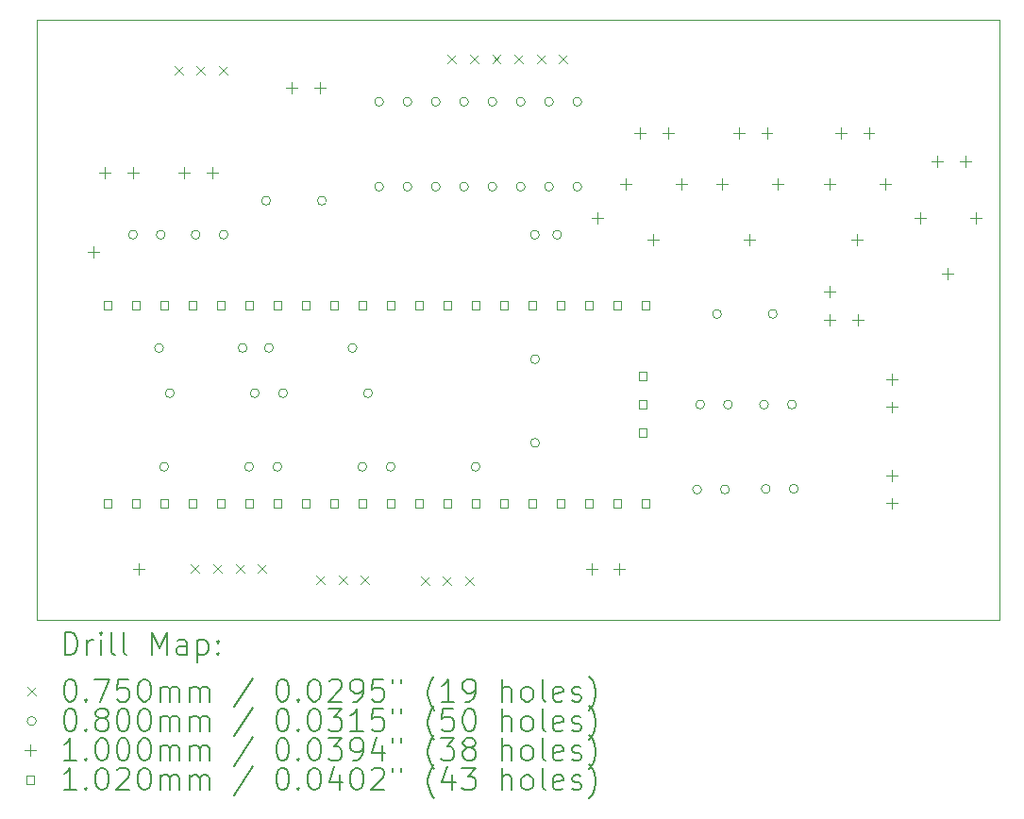
<source format=gbr>
%TF.GenerationSoftware,KiCad,Pcbnew,6.0.11+dfsg-1~bpo11+1*%
%TF.CreationDate,2025-04-08T22:38:27+02:00*%
%TF.ProjectId,Boelgene_v1d1,426f656c-6765-46e6-955f-763164312e6b,rev?*%
%TF.SameCoordinates,Original*%
%TF.FileFunction,Drillmap*%
%TF.FilePolarity,Positive*%
%FSLAX45Y45*%
G04 Gerber Fmt 4.5, Leading zero omitted, Abs format (unit mm)*
G04 Created by KiCad (PCBNEW 6.0.11+dfsg-1~bpo11+1) date 2025-04-08 22:38:27*
%MOMM*%
%LPD*%
G01*
G04 APERTURE LIST*
%ADD10C,0.100000*%
%ADD11C,0.200000*%
%ADD12C,0.075000*%
%ADD13C,0.080000*%
%ADD14C,0.102000*%
G04 APERTURE END LIST*
D10*
X2844800Y-7772400D02*
X11480800Y-7772400D01*
X11480800Y-7772400D02*
X11480800Y-13157200D01*
X11480800Y-13157200D02*
X2844800Y-13157200D01*
X2844800Y-13157200D02*
X2844800Y-7772400D01*
D11*
D12*
X4080500Y-8187900D02*
X4155500Y-8262900D01*
X4155500Y-8187900D02*
X4080500Y-8262900D01*
X4229700Y-12662500D02*
X4304700Y-12737500D01*
X4304700Y-12662500D02*
X4229700Y-12737500D01*
X4280500Y-8187900D02*
X4355500Y-8262900D01*
X4355500Y-8187900D02*
X4280500Y-8262900D01*
X4429700Y-12662500D02*
X4504700Y-12737500D01*
X4504700Y-12662500D02*
X4429700Y-12737500D01*
X4480500Y-8187900D02*
X4555500Y-8262900D01*
X4555500Y-8187900D02*
X4480500Y-8262900D01*
X4629700Y-12662500D02*
X4704700Y-12737500D01*
X4704700Y-12662500D02*
X4629700Y-12737500D01*
X4829700Y-12662500D02*
X4904700Y-12737500D01*
X4904700Y-12662500D02*
X4829700Y-12737500D01*
X5353700Y-12764100D02*
X5428700Y-12839100D01*
X5428700Y-12764100D02*
X5353700Y-12839100D01*
X5553700Y-12764100D02*
X5628700Y-12839100D01*
X5628700Y-12764100D02*
X5553700Y-12839100D01*
X5753700Y-12764100D02*
X5828700Y-12839100D01*
X5828700Y-12764100D02*
X5753700Y-12839100D01*
X6290300Y-12768300D02*
X6365300Y-12843300D01*
X6365300Y-12768300D02*
X6290300Y-12843300D01*
X6490300Y-12768300D02*
X6565300Y-12843300D01*
X6565300Y-12768300D02*
X6490300Y-12843300D01*
X6531700Y-8090500D02*
X6606700Y-8165500D01*
X6606700Y-8090500D02*
X6531700Y-8165500D01*
X6690300Y-12768300D02*
X6765300Y-12843300D01*
X6765300Y-12768300D02*
X6690300Y-12843300D01*
X6731700Y-8090500D02*
X6806700Y-8165500D01*
X6806700Y-8090500D02*
X6731700Y-8165500D01*
X6931700Y-8090500D02*
X7006700Y-8165500D01*
X7006700Y-8090500D02*
X6931700Y-8165500D01*
X7131700Y-8090500D02*
X7206700Y-8165500D01*
X7206700Y-8090500D02*
X7131700Y-8165500D01*
X7331700Y-8090500D02*
X7406700Y-8165500D01*
X7406700Y-8090500D02*
X7331700Y-8165500D01*
X7531700Y-8090500D02*
X7606700Y-8165500D01*
X7606700Y-8090500D02*
X7531700Y-8165500D01*
D13*
X3748400Y-9702800D02*
G75*
G03*
X3748400Y-9702800I-40000J0D01*
G01*
X3983000Y-10718800D02*
G75*
G03*
X3983000Y-10718800I-40000J0D01*
G01*
X3998400Y-9702800D02*
G75*
G03*
X3998400Y-9702800I-40000J0D01*
G01*
X4027800Y-11785600D02*
G75*
G03*
X4027800Y-11785600I-40000J0D01*
G01*
X4078600Y-11125200D02*
G75*
G03*
X4078600Y-11125200I-40000J0D01*
G01*
X4311200Y-9702800D02*
G75*
G03*
X4311200Y-9702800I-40000J0D01*
G01*
X4561200Y-9702800D02*
G75*
G03*
X4561200Y-9702800I-40000J0D01*
G01*
X4733000Y-10718800D02*
G75*
G03*
X4733000Y-10718800I-40000J0D01*
G01*
X4789800Y-11785600D02*
G75*
G03*
X4789800Y-11785600I-40000J0D01*
G01*
X4840600Y-11125200D02*
G75*
G03*
X4840600Y-11125200I-40000J0D01*
G01*
X4943200Y-9398000D02*
G75*
G03*
X4943200Y-9398000I-40000J0D01*
G01*
X4967600Y-10718800D02*
G75*
G03*
X4967600Y-10718800I-40000J0D01*
G01*
X5043800Y-11785600D02*
G75*
G03*
X5043800Y-11785600I-40000J0D01*
G01*
X5094600Y-11125200D02*
G75*
G03*
X5094600Y-11125200I-40000J0D01*
G01*
X5443200Y-9398000D02*
G75*
G03*
X5443200Y-9398000I-40000J0D01*
G01*
X5717600Y-10718800D02*
G75*
G03*
X5717600Y-10718800I-40000J0D01*
G01*
X5805800Y-11785600D02*
G75*
G03*
X5805800Y-11785600I-40000J0D01*
G01*
X5856600Y-11125200D02*
G75*
G03*
X5856600Y-11125200I-40000J0D01*
G01*
X5956700Y-8510000D02*
G75*
G03*
X5956700Y-8510000I-40000J0D01*
G01*
X5956700Y-9272000D02*
G75*
G03*
X5956700Y-9272000I-40000J0D01*
G01*
X6059800Y-11785600D02*
G75*
G03*
X6059800Y-11785600I-40000J0D01*
G01*
X6210700Y-8510000D02*
G75*
G03*
X6210700Y-8510000I-40000J0D01*
G01*
X6210700Y-9272000D02*
G75*
G03*
X6210700Y-9272000I-40000J0D01*
G01*
X6464700Y-8510000D02*
G75*
G03*
X6464700Y-8510000I-40000J0D01*
G01*
X6464700Y-9272000D02*
G75*
G03*
X6464700Y-9272000I-40000J0D01*
G01*
X6718700Y-8510000D02*
G75*
G03*
X6718700Y-8510000I-40000J0D01*
G01*
X6718700Y-9272000D02*
G75*
G03*
X6718700Y-9272000I-40000J0D01*
G01*
X6821800Y-11785600D02*
G75*
G03*
X6821800Y-11785600I-40000J0D01*
G01*
X6972700Y-8510000D02*
G75*
G03*
X6972700Y-8510000I-40000J0D01*
G01*
X6972700Y-9272000D02*
G75*
G03*
X6972700Y-9272000I-40000J0D01*
G01*
X7226700Y-8510000D02*
G75*
G03*
X7226700Y-8510000I-40000J0D01*
G01*
X7226700Y-9272000D02*
G75*
G03*
X7226700Y-9272000I-40000J0D01*
G01*
X7353740Y-9702800D02*
G75*
G03*
X7353740Y-9702800I-40000J0D01*
G01*
X7355200Y-10820400D02*
G75*
G03*
X7355200Y-10820400I-40000J0D01*
G01*
X7355200Y-11570400D02*
G75*
G03*
X7355200Y-11570400I-40000J0D01*
G01*
X7480700Y-8510000D02*
G75*
G03*
X7480700Y-8510000I-40000J0D01*
G01*
X7480700Y-9272000D02*
G75*
G03*
X7480700Y-9272000I-40000J0D01*
G01*
X7553740Y-9702800D02*
G75*
G03*
X7553740Y-9702800I-40000J0D01*
G01*
X7734700Y-8510000D02*
G75*
G03*
X7734700Y-8510000I-40000J0D01*
G01*
X7734700Y-9272000D02*
G75*
G03*
X7734700Y-9272000I-40000J0D01*
G01*
X8809490Y-11988800D02*
G75*
G03*
X8809490Y-11988800I-40000J0D01*
G01*
X8836890Y-11226800D02*
G75*
G03*
X8836890Y-11226800I-40000J0D01*
G01*
X8988160Y-10414000D02*
G75*
G03*
X8988160Y-10414000I-40000J0D01*
G01*
X9059490Y-11988800D02*
G75*
G03*
X9059490Y-11988800I-40000J0D01*
G01*
X9086890Y-11226800D02*
G75*
G03*
X9086890Y-11226800I-40000J0D01*
G01*
X9410110Y-11226800D02*
G75*
G03*
X9410110Y-11226800I-40000J0D01*
G01*
X9425980Y-11983400D02*
G75*
G03*
X9425980Y-11983400I-40000J0D01*
G01*
X9488160Y-10414000D02*
G75*
G03*
X9488160Y-10414000I-40000J0D01*
G01*
X9660110Y-11226800D02*
G75*
G03*
X9660110Y-11226800I-40000J0D01*
G01*
X9675980Y-11983400D02*
G75*
G03*
X9675980Y-11983400I-40000J0D01*
G01*
D10*
X3352800Y-9805200D02*
X3352800Y-9905200D01*
X3302800Y-9855200D02*
X3402800Y-9855200D01*
X3454400Y-9094000D02*
X3454400Y-9194000D01*
X3404400Y-9144000D02*
X3504400Y-9144000D01*
X3708400Y-9094000D02*
X3708400Y-9194000D01*
X3658400Y-9144000D02*
X3758400Y-9144000D01*
X3759200Y-12650000D02*
X3759200Y-12750000D01*
X3709200Y-12700000D02*
X3809200Y-12700000D01*
X4165600Y-9094000D02*
X4165600Y-9194000D01*
X4115600Y-9144000D02*
X4215600Y-9144000D01*
X4419600Y-9094000D02*
X4419600Y-9194000D01*
X4369600Y-9144000D02*
X4469600Y-9144000D01*
X5134800Y-8332000D02*
X5134800Y-8432000D01*
X5084800Y-8382000D02*
X5184800Y-8382000D01*
X5384800Y-8332000D02*
X5384800Y-8432000D01*
X5334800Y-8382000D02*
X5434800Y-8382000D01*
X7823200Y-12650000D02*
X7823200Y-12750000D01*
X7773200Y-12700000D02*
X7873200Y-12700000D01*
X7874000Y-9500400D02*
X7874000Y-9600400D01*
X7824000Y-9550400D02*
X7924000Y-9550400D01*
X8073200Y-12650000D02*
X8073200Y-12750000D01*
X8023200Y-12700000D02*
X8123200Y-12700000D01*
X8128000Y-9195600D02*
X8128000Y-9295600D01*
X8078000Y-9245600D02*
X8178000Y-9245600D01*
X8257000Y-8740100D02*
X8257000Y-8840100D01*
X8207000Y-8790100D02*
X8307000Y-8790100D01*
X8378000Y-9695600D02*
X8378000Y-9795600D01*
X8328000Y-9745600D02*
X8428000Y-9745600D01*
X8507000Y-8740100D02*
X8507000Y-8840100D01*
X8457000Y-8790100D02*
X8557000Y-8790100D01*
X8628000Y-9195600D02*
X8628000Y-9295600D01*
X8578000Y-9245600D02*
X8678000Y-9245600D01*
X8991600Y-9195600D02*
X8991600Y-9295600D01*
X8941600Y-9245600D02*
X9041600Y-9245600D01*
X9145700Y-8740100D02*
X9145700Y-8840100D01*
X9095700Y-8790100D02*
X9195700Y-8790100D01*
X9241600Y-9695600D02*
X9241600Y-9795600D01*
X9191600Y-9745600D02*
X9291600Y-9745600D01*
X9395700Y-8740100D02*
X9395700Y-8840100D01*
X9345700Y-8790100D02*
X9445700Y-8790100D01*
X9491600Y-9195600D02*
X9491600Y-9295600D01*
X9441600Y-9245600D02*
X9541600Y-9245600D01*
X9956800Y-9195600D02*
X9956800Y-9295600D01*
X9906800Y-9245600D02*
X10006800Y-9245600D01*
X9956800Y-10160800D02*
X9956800Y-10260800D01*
X9906800Y-10210800D02*
X10006800Y-10210800D01*
X9956800Y-10414800D02*
X9956800Y-10514800D01*
X9906800Y-10464800D02*
X10006800Y-10464800D01*
X10060100Y-8741800D02*
X10060100Y-8841800D01*
X10010100Y-8791800D02*
X10110100Y-8791800D01*
X10206800Y-9695600D02*
X10206800Y-9795600D01*
X10156800Y-9745600D02*
X10256800Y-9745600D01*
X10210800Y-10414800D02*
X10210800Y-10514800D01*
X10160800Y-10464800D02*
X10260800Y-10464800D01*
X10310100Y-8741800D02*
X10310100Y-8841800D01*
X10260100Y-8791800D02*
X10360100Y-8791800D01*
X10456800Y-9195600D02*
X10456800Y-9295600D01*
X10406800Y-9245600D02*
X10506800Y-9245600D01*
X10517300Y-10950200D02*
X10517300Y-11050200D01*
X10467300Y-11000200D02*
X10567300Y-11000200D01*
X10517300Y-11200200D02*
X10517300Y-11300200D01*
X10467300Y-11250200D02*
X10567300Y-11250200D01*
X10517300Y-11813800D02*
X10517300Y-11913800D01*
X10467300Y-11863800D02*
X10567300Y-11863800D01*
X10517300Y-12063800D02*
X10517300Y-12163800D01*
X10467300Y-12113800D02*
X10567300Y-12113800D01*
X10769600Y-9500400D02*
X10769600Y-9600400D01*
X10719600Y-9550400D02*
X10819600Y-9550400D01*
X10926000Y-8992400D02*
X10926000Y-9092400D01*
X10876000Y-9042400D02*
X10976000Y-9042400D01*
X11019600Y-10000400D02*
X11019600Y-10100400D01*
X10969600Y-10050400D02*
X11069600Y-10050400D01*
X11176000Y-8992400D02*
X11176000Y-9092400D01*
X11126000Y-9042400D02*
X11226000Y-9042400D01*
X11269600Y-9500400D02*
X11269600Y-9600400D01*
X11219600Y-9550400D02*
X11319600Y-9550400D01*
D14*
X3515863Y-10373863D02*
X3515863Y-10301737D01*
X3443737Y-10301737D01*
X3443737Y-10373863D01*
X3515863Y-10373863D01*
X3515863Y-12151863D02*
X3515863Y-12079737D01*
X3443737Y-12079737D01*
X3443737Y-12151863D01*
X3515863Y-12151863D01*
X3769863Y-10373863D02*
X3769863Y-10301737D01*
X3697737Y-10301737D01*
X3697737Y-10373863D01*
X3769863Y-10373863D01*
X3769863Y-12151863D02*
X3769863Y-12079737D01*
X3697737Y-12079737D01*
X3697737Y-12151863D01*
X3769863Y-12151863D01*
X4023863Y-10373863D02*
X4023863Y-10301737D01*
X3951737Y-10301737D01*
X3951737Y-10373863D01*
X4023863Y-10373863D01*
X4023863Y-12151863D02*
X4023863Y-12079737D01*
X3951737Y-12079737D01*
X3951737Y-12151863D01*
X4023863Y-12151863D01*
X4277863Y-10373863D02*
X4277863Y-10301737D01*
X4205737Y-10301737D01*
X4205737Y-10373863D01*
X4277863Y-10373863D01*
X4277863Y-12151863D02*
X4277863Y-12079737D01*
X4205737Y-12079737D01*
X4205737Y-12151863D01*
X4277863Y-12151863D01*
X4531863Y-10373863D02*
X4531863Y-10301737D01*
X4459737Y-10301737D01*
X4459737Y-10373863D01*
X4531863Y-10373863D01*
X4531863Y-12151863D02*
X4531863Y-12079737D01*
X4459737Y-12079737D01*
X4459737Y-12151863D01*
X4531863Y-12151863D01*
X4785863Y-10373863D02*
X4785863Y-10301737D01*
X4713737Y-10301737D01*
X4713737Y-10373863D01*
X4785863Y-10373863D01*
X4785863Y-12151863D02*
X4785863Y-12079737D01*
X4713737Y-12079737D01*
X4713737Y-12151863D01*
X4785863Y-12151863D01*
X5039863Y-10373863D02*
X5039863Y-10301737D01*
X4967737Y-10301737D01*
X4967737Y-10373863D01*
X5039863Y-10373863D01*
X5039863Y-12151863D02*
X5039863Y-12079737D01*
X4967737Y-12079737D01*
X4967737Y-12151863D01*
X5039863Y-12151863D01*
X5293863Y-10373863D02*
X5293863Y-10301737D01*
X5221737Y-10301737D01*
X5221737Y-10373863D01*
X5293863Y-10373863D01*
X5293863Y-12151863D02*
X5293863Y-12079737D01*
X5221737Y-12079737D01*
X5221737Y-12151863D01*
X5293863Y-12151863D01*
X5547863Y-10373863D02*
X5547863Y-10301737D01*
X5475737Y-10301737D01*
X5475737Y-10373863D01*
X5547863Y-10373863D01*
X5547863Y-12151863D02*
X5547863Y-12079737D01*
X5475737Y-12079737D01*
X5475737Y-12151863D01*
X5547863Y-12151863D01*
X5801863Y-10373863D02*
X5801863Y-10301737D01*
X5729737Y-10301737D01*
X5729737Y-10373863D01*
X5801863Y-10373863D01*
X5801863Y-12151863D02*
X5801863Y-12079737D01*
X5729737Y-12079737D01*
X5729737Y-12151863D01*
X5801863Y-12151863D01*
X6055863Y-10373863D02*
X6055863Y-10301737D01*
X5983737Y-10301737D01*
X5983737Y-10373863D01*
X6055863Y-10373863D01*
X6055863Y-12151863D02*
X6055863Y-12079737D01*
X5983737Y-12079737D01*
X5983737Y-12151863D01*
X6055863Y-12151863D01*
X6309863Y-10373863D02*
X6309863Y-10301737D01*
X6237737Y-10301737D01*
X6237737Y-10373863D01*
X6309863Y-10373863D01*
X6309863Y-12151863D02*
X6309863Y-12079737D01*
X6237737Y-12079737D01*
X6237737Y-12151863D01*
X6309863Y-12151863D01*
X6563863Y-10373863D02*
X6563863Y-10301737D01*
X6491737Y-10301737D01*
X6491737Y-10373863D01*
X6563863Y-10373863D01*
X6563863Y-12151863D02*
X6563863Y-12079737D01*
X6491737Y-12079737D01*
X6491737Y-12151863D01*
X6563863Y-12151863D01*
X6817863Y-10373863D02*
X6817863Y-10301737D01*
X6745737Y-10301737D01*
X6745737Y-10373863D01*
X6817863Y-10373863D01*
X6817863Y-12151863D02*
X6817863Y-12079737D01*
X6745737Y-12079737D01*
X6745737Y-12151863D01*
X6817863Y-12151863D01*
X7071863Y-10373863D02*
X7071863Y-10301737D01*
X6999737Y-10301737D01*
X6999737Y-10373863D01*
X7071863Y-10373863D01*
X7071863Y-12151863D02*
X7071863Y-12079737D01*
X6999737Y-12079737D01*
X6999737Y-12151863D01*
X7071863Y-12151863D01*
X7325863Y-10373863D02*
X7325863Y-10301737D01*
X7253737Y-10301737D01*
X7253737Y-10373863D01*
X7325863Y-10373863D01*
X7325863Y-12151863D02*
X7325863Y-12079737D01*
X7253737Y-12079737D01*
X7253737Y-12151863D01*
X7325863Y-12151863D01*
X7579863Y-10373863D02*
X7579863Y-10301737D01*
X7507737Y-10301737D01*
X7507737Y-10373863D01*
X7579863Y-10373863D01*
X7579863Y-12151863D02*
X7579863Y-12079737D01*
X7507737Y-12079737D01*
X7507737Y-12151863D01*
X7579863Y-12151863D01*
X7833863Y-10373863D02*
X7833863Y-10301737D01*
X7761737Y-10301737D01*
X7761737Y-10373863D01*
X7833863Y-10373863D01*
X7833863Y-12151863D02*
X7833863Y-12079737D01*
X7761737Y-12079737D01*
X7761737Y-12151863D01*
X7833863Y-12151863D01*
X8087863Y-10373863D02*
X8087863Y-10301737D01*
X8015737Y-10301737D01*
X8015737Y-10373863D01*
X8087863Y-10373863D01*
X8087863Y-12151863D02*
X8087863Y-12079737D01*
X8015737Y-12079737D01*
X8015737Y-12151863D01*
X8087863Y-12151863D01*
X8318863Y-11008863D02*
X8318863Y-10936737D01*
X8246737Y-10936737D01*
X8246737Y-11008863D01*
X8318863Y-11008863D01*
X8318863Y-11262863D02*
X8318863Y-11190737D01*
X8246737Y-11190737D01*
X8246737Y-11262863D01*
X8318863Y-11262863D01*
X8318863Y-11516863D02*
X8318863Y-11444737D01*
X8246737Y-11444737D01*
X8246737Y-11516863D01*
X8318863Y-11516863D01*
X8341863Y-10373863D02*
X8341863Y-10301737D01*
X8269737Y-10301737D01*
X8269737Y-10373863D01*
X8341863Y-10373863D01*
X8341863Y-12151863D02*
X8341863Y-12079737D01*
X8269737Y-12079737D01*
X8269737Y-12151863D01*
X8341863Y-12151863D01*
D11*
X3097419Y-13472676D02*
X3097419Y-13272676D01*
X3145038Y-13272676D01*
X3173609Y-13282200D01*
X3192657Y-13301248D01*
X3202181Y-13320295D01*
X3211705Y-13358390D01*
X3211705Y-13386962D01*
X3202181Y-13425057D01*
X3192657Y-13444105D01*
X3173609Y-13463152D01*
X3145038Y-13472676D01*
X3097419Y-13472676D01*
X3297419Y-13472676D02*
X3297419Y-13339343D01*
X3297419Y-13377438D02*
X3306943Y-13358390D01*
X3316467Y-13348867D01*
X3335514Y-13339343D01*
X3354562Y-13339343D01*
X3421228Y-13472676D02*
X3421228Y-13339343D01*
X3421228Y-13272676D02*
X3411705Y-13282200D01*
X3421228Y-13291724D01*
X3430752Y-13282200D01*
X3421228Y-13272676D01*
X3421228Y-13291724D01*
X3545038Y-13472676D02*
X3525990Y-13463152D01*
X3516467Y-13444105D01*
X3516467Y-13272676D01*
X3649800Y-13472676D02*
X3630752Y-13463152D01*
X3621228Y-13444105D01*
X3621228Y-13272676D01*
X3878371Y-13472676D02*
X3878371Y-13272676D01*
X3945038Y-13415533D01*
X4011705Y-13272676D01*
X4011705Y-13472676D01*
X4192657Y-13472676D02*
X4192657Y-13367914D01*
X4183133Y-13348867D01*
X4164086Y-13339343D01*
X4125990Y-13339343D01*
X4106943Y-13348867D01*
X4192657Y-13463152D02*
X4173609Y-13472676D01*
X4125990Y-13472676D01*
X4106943Y-13463152D01*
X4097419Y-13444105D01*
X4097419Y-13425057D01*
X4106943Y-13406009D01*
X4125990Y-13396486D01*
X4173609Y-13396486D01*
X4192657Y-13386962D01*
X4287895Y-13339343D02*
X4287895Y-13539343D01*
X4287895Y-13348867D02*
X4306943Y-13339343D01*
X4345038Y-13339343D01*
X4364086Y-13348867D01*
X4373610Y-13358390D01*
X4383133Y-13377438D01*
X4383133Y-13434581D01*
X4373610Y-13453628D01*
X4364086Y-13463152D01*
X4345038Y-13472676D01*
X4306943Y-13472676D01*
X4287895Y-13463152D01*
X4468848Y-13453628D02*
X4478371Y-13463152D01*
X4468848Y-13472676D01*
X4459324Y-13463152D01*
X4468848Y-13453628D01*
X4468848Y-13472676D01*
X4468848Y-13348867D02*
X4478371Y-13358390D01*
X4468848Y-13367914D01*
X4459324Y-13358390D01*
X4468848Y-13348867D01*
X4468848Y-13367914D01*
D12*
X2764800Y-13764700D02*
X2839800Y-13839700D01*
X2839800Y-13764700D02*
X2764800Y-13839700D01*
D11*
X3135514Y-13692676D02*
X3154562Y-13692676D01*
X3173609Y-13702200D01*
X3183133Y-13711724D01*
X3192657Y-13730771D01*
X3202181Y-13768867D01*
X3202181Y-13816486D01*
X3192657Y-13854581D01*
X3183133Y-13873628D01*
X3173609Y-13883152D01*
X3154562Y-13892676D01*
X3135514Y-13892676D01*
X3116467Y-13883152D01*
X3106943Y-13873628D01*
X3097419Y-13854581D01*
X3087895Y-13816486D01*
X3087895Y-13768867D01*
X3097419Y-13730771D01*
X3106943Y-13711724D01*
X3116467Y-13702200D01*
X3135514Y-13692676D01*
X3287895Y-13873628D02*
X3297419Y-13883152D01*
X3287895Y-13892676D01*
X3278371Y-13883152D01*
X3287895Y-13873628D01*
X3287895Y-13892676D01*
X3364086Y-13692676D02*
X3497419Y-13692676D01*
X3411705Y-13892676D01*
X3668848Y-13692676D02*
X3573609Y-13692676D01*
X3564086Y-13787914D01*
X3573609Y-13778390D01*
X3592657Y-13768867D01*
X3640276Y-13768867D01*
X3659324Y-13778390D01*
X3668848Y-13787914D01*
X3678371Y-13806962D01*
X3678371Y-13854581D01*
X3668848Y-13873628D01*
X3659324Y-13883152D01*
X3640276Y-13892676D01*
X3592657Y-13892676D01*
X3573609Y-13883152D01*
X3564086Y-13873628D01*
X3802181Y-13692676D02*
X3821228Y-13692676D01*
X3840276Y-13702200D01*
X3849800Y-13711724D01*
X3859324Y-13730771D01*
X3868848Y-13768867D01*
X3868848Y-13816486D01*
X3859324Y-13854581D01*
X3849800Y-13873628D01*
X3840276Y-13883152D01*
X3821228Y-13892676D01*
X3802181Y-13892676D01*
X3783133Y-13883152D01*
X3773609Y-13873628D01*
X3764086Y-13854581D01*
X3754562Y-13816486D01*
X3754562Y-13768867D01*
X3764086Y-13730771D01*
X3773609Y-13711724D01*
X3783133Y-13702200D01*
X3802181Y-13692676D01*
X3954562Y-13892676D02*
X3954562Y-13759343D01*
X3954562Y-13778390D02*
X3964086Y-13768867D01*
X3983133Y-13759343D01*
X4011705Y-13759343D01*
X4030752Y-13768867D01*
X4040276Y-13787914D01*
X4040276Y-13892676D01*
X4040276Y-13787914D02*
X4049800Y-13768867D01*
X4068848Y-13759343D01*
X4097419Y-13759343D01*
X4116467Y-13768867D01*
X4125990Y-13787914D01*
X4125990Y-13892676D01*
X4221229Y-13892676D02*
X4221229Y-13759343D01*
X4221229Y-13778390D02*
X4230752Y-13768867D01*
X4249800Y-13759343D01*
X4278371Y-13759343D01*
X4297419Y-13768867D01*
X4306943Y-13787914D01*
X4306943Y-13892676D01*
X4306943Y-13787914D02*
X4316467Y-13768867D01*
X4335514Y-13759343D01*
X4364086Y-13759343D01*
X4383133Y-13768867D01*
X4392657Y-13787914D01*
X4392657Y-13892676D01*
X4783133Y-13683152D02*
X4611705Y-13940295D01*
X5040276Y-13692676D02*
X5059324Y-13692676D01*
X5078371Y-13702200D01*
X5087895Y-13711724D01*
X5097419Y-13730771D01*
X5106943Y-13768867D01*
X5106943Y-13816486D01*
X5097419Y-13854581D01*
X5087895Y-13873628D01*
X5078371Y-13883152D01*
X5059324Y-13892676D01*
X5040276Y-13892676D01*
X5021229Y-13883152D01*
X5011705Y-13873628D01*
X5002181Y-13854581D01*
X4992657Y-13816486D01*
X4992657Y-13768867D01*
X5002181Y-13730771D01*
X5011705Y-13711724D01*
X5021229Y-13702200D01*
X5040276Y-13692676D01*
X5192657Y-13873628D02*
X5202181Y-13883152D01*
X5192657Y-13892676D01*
X5183133Y-13883152D01*
X5192657Y-13873628D01*
X5192657Y-13892676D01*
X5325990Y-13692676D02*
X5345038Y-13692676D01*
X5364086Y-13702200D01*
X5373610Y-13711724D01*
X5383133Y-13730771D01*
X5392657Y-13768867D01*
X5392657Y-13816486D01*
X5383133Y-13854581D01*
X5373610Y-13873628D01*
X5364086Y-13883152D01*
X5345038Y-13892676D01*
X5325990Y-13892676D01*
X5306943Y-13883152D01*
X5297419Y-13873628D01*
X5287895Y-13854581D01*
X5278371Y-13816486D01*
X5278371Y-13768867D01*
X5287895Y-13730771D01*
X5297419Y-13711724D01*
X5306943Y-13702200D01*
X5325990Y-13692676D01*
X5468848Y-13711724D02*
X5478371Y-13702200D01*
X5497419Y-13692676D01*
X5545038Y-13692676D01*
X5564086Y-13702200D01*
X5573610Y-13711724D01*
X5583133Y-13730771D01*
X5583133Y-13749819D01*
X5573610Y-13778390D01*
X5459324Y-13892676D01*
X5583133Y-13892676D01*
X5678371Y-13892676D02*
X5716467Y-13892676D01*
X5735514Y-13883152D01*
X5745038Y-13873628D01*
X5764086Y-13845057D01*
X5773609Y-13806962D01*
X5773609Y-13730771D01*
X5764086Y-13711724D01*
X5754562Y-13702200D01*
X5735514Y-13692676D01*
X5697419Y-13692676D01*
X5678371Y-13702200D01*
X5668848Y-13711724D01*
X5659324Y-13730771D01*
X5659324Y-13778390D01*
X5668848Y-13797438D01*
X5678371Y-13806962D01*
X5697419Y-13816486D01*
X5735514Y-13816486D01*
X5754562Y-13806962D01*
X5764086Y-13797438D01*
X5773609Y-13778390D01*
X5954562Y-13692676D02*
X5859324Y-13692676D01*
X5849800Y-13787914D01*
X5859324Y-13778390D01*
X5878371Y-13768867D01*
X5925990Y-13768867D01*
X5945038Y-13778390D01*
X5954562Y-13787914D01*
X5964086Y-13806962D01*
X5964086Y-13854581D01*
X5954562Y-13873628D01*
X5945038Y-13883152D01*
X5925990Y-13892676D01*
X5878371Y-13892676D01*
X5859324Y-13883152D01*
X5849800Y-13873628D01*
X6040276Y-13692676D02*
X6040276Y-13730771D01*
X6116467Y-13692676D02*
X6116467Y-13730771D01*
X6411705Y-13968867D02*
X6402181Y-13959343D01*
X6383133Y-13930771D01*
X6373609Y-13911724D01*
X6364086Y-13883152D01*
X6354562Y-13835533D01*
X6354562Y-13797438D01*
X6364086Y-13749819D01*
X6373609Y-13721248D01*
X6383133Y-13702200D01*
X6402181Y-13673628D01*
X6411705Y-13664105D01*
X6592657Y-13892676D02*
X6478371Y-13892676D01*
X6535514Y-13892676D02*
X6535514Y-13692676D01*
X6516467Y-13721248D01*
X6497419Y-13740295D01*
X6478371Y-13749819D01*
X6687895Y-13892676D02*
X6725990Y-13892676D01*
X6745038Y-13883152D01*
X6754562Y-13873628D01*
X6773609Y-13845057D01*
X6783133Y-13806962D01*
X6783133Y-13730771D01*
X6773609Y-13711724D01*
X6764086Y-13702200D01*
X6745038Y-13692676D01*
X6706943Y-13692676D01*
X6687895Y-13702200D01*
X6678371Y-13711724D01*
X6668848Y-13730771D01*
X6668848Y-13778390D01*
X6678371Y-13797438D01*
X6687895Y-13806962D01*
X6706943Y-13816486D01*
X6745038Y-13816486D01*
X6764086Y-13806962D01*
X6773609Y-13797438D01*
X6783133Y-13778390D01*
X7021228Y-13892676D02*
X7021228Y-13692676D01*
X7106943Y-13892676D02*
X7106943Y-13787914D01*
X7097419Y-13768867D01*
X7078371Y-13759343D01*
X7049800Y-13759343D01*
X7030752Y-13768867D01*
X7021228Y-13778390D01*
X7230752Y-13892676D02*
X7211705Y-13883152D01*
X7202181Y-13873628D01*
X7192657Y-13854581D01*
X7192657Y-13797438D01*
X7202181Y-13778390D01*
X7211705Y-13768867D01*
X7230752Y-13759343D01*
X7259324Y-13759343D01*
X7278371Y-13768867D01*
X7287895Y-13778390D01*
X7297419Y-13797438D01*
X7297419Y-13854581D01*
X7287895Y-13873628D01*
X7278371Y-13883152D01*
X7259324Y-13892676D01*
X7230752Y-13892676D01*
X7411705Y-13892676D02*
X7392657Y-13883152D01*
X7383133Y-13864105D01*
X7383133Y-13692676D01*
X7564086Y-13883152D02*
X7545038Y-13892676D01*
X7506943Y-13892676D01*
X7487895Y-13883152D01*
X7478371Y-13864105D01*
X7478371Y-13787914D01*
X7487895Y-13768867D01*
X7506943Y-13759343D01*
X7545038Y-13759343D01*
X7564086Y-13768867D01*
X7573609Y-13787914D01*
X7573609Y-13806962D01*
X7478371Y-13826009D01*
X7649800Y-13883152D02*
X7668848Y-13892676D01*
X7706943Y-13892676D01*
X7725990Y-13883152D01*
X7735514Y-13864105D01*
X7735514Y-13854581D01*
X7725990Y-13835533D01*
X7706943Y-13826009D01*
X7678371Y-13826009D01*
X7659324Y-13816486D01*
X7649800Y-13797438D01*
X7649800Y-13787914D01*
X7659324Y-13768867D01*
X7678371Y-13759343D01*
X7706943Y-13759343D01*
X7725990Y-13768867D01*
X7802181Y-13968867D02*
X7811705Y-13959343D01*
X7830752Y-13930771D01*
X7840276Y-13911724D01*
X7849800Y-13883152D01*
X7859324Y-13835533D01*
X7859324Y-13797438D01*
X7849800Y-13749819D01*
X7840276Y-13721248D01*
X7830752Y-13702200D01*
X7811705Y-13673628D01*
X7802181Y-13664105D01*
D13*
X2839800Y-14066200D02*
G75*
G03*
X2839800Y-14066200I-40000J0D01*
G01*
D11*
X3135514Y-13956676D02*
X3154562Y-13956676D01*
X3173609Y-13966200D01*
X3183133Y-13975724D01*
X3192657Y-13994771D01*
X3202181Y-14032867D01*
X3202181Y-14080486D01*
X3192657Y-14118581D01*
X3183133Y-14137628D01*
X3173609Y-14147152D01*
X3154562Y-14156676D01*
X3135514Y-14156676D01*
X3116467Y-14147152D01*
X3106943Y-14137628D01*
X3097419Y-14118581D01*
X3087895Y-14080486D01*
X3087895Y-14032867D01*
X3097419Y-13994771D01*
X3106943Y-13975724D01*
X3116467Y-13966200D01*
X3135514Y-13956676D01*
X3287895Y-14137628D02*
X3297419Y-14147152D01*
X3287895Y-14156676D01*
X3278371Y-14147152D01*
X3287895Y-14137628D01*
X3287895Y-14156676D01*
X3411705Y-14042390D02*
X3392657Y-14032867D01*
X3383133Y-14023343D01*
X3373609Y-14004295D01*
X3373609Y-13994771D01*
X3383133Y-13975724D01*
X3392657Y-13966200D01*
X3411705Y-13956676D01*
X3449800Y-13956676D01*
X3468848Y-13966200D01*
X3478371Y-13975724D01*
X3487895Y-13994771D01*
X3487895Y-14004295D01*
X3478371Y-14023343D01*
X3468848Y-14032867D01*
X3449800Y-14042390D01*
X3411705Y-14042390D01*
X3392657Y-14051914D01*
X3383133Y-14061438D01*
X3373609Y-14080486D01*
X3373609Y-14118581D01*
X3383133Y-14137628D01*
X3392657Y-14147152D01*
X3411705Y-14156676D01*
X3449800Y-14156676D01*
X3468848Y-14147152D01*
X3478371Y-14137628D01*
X3487895Y-14118581D01*
X3487895Y-14080486D01*
X3478371Y-14061438D01*
X3468848Y-14051914D01*
X3449800Y-14042390D01*
X3611705Y-13956676D02*
X3630752Y-13956676D01*
X3649800Y-13966200D01*
X3659324Y-13975724D01*
X3668848Y-13994771D01*
X3678371Y-14032867D01*
X3678371Y-14080486D01*
X3668848Y-14118581D01*
X3659324Y-14137628D01*
X3649800Y-14147152D01*
X3630752Y-14156676D01*
X3611705Y-14156676D01*
X3592657Y-14147152D01*
X3583133Y-14137628D01*
X3573609Y-14118581D01*
X3564086Y-14080486D01*
X3564086Y-14032867D01*
X3573609Y-13994771D01*
X3583133Y-13975724D01*
X3592657Y-13966200D01*
X3611705Y-13956676D01*
X3802181Y-13956676D02*
X3821228Y-13956676D01*
X3840276Y-13966200D01*
X3849800Y-13975724D01*
X3859324Y-13994771D01*
X3868848Y-14032867D01*
X3868848Y-14080486D01*
X3859324Y-14118581D01*
X3849800Y-14137628D01*
X3840276Y-14147152D01*
X3821228Y-14156676D01*
X3802181Y-14156676D01*
X3783133Y-14147152D01*
X3773609Y-14137628D01*
X3764086Y-14118581D01*
X3754562Y-14080486D01*
X3754562Y-14032867D01*
X3764086Y-13994771D01*
X3773609Y-13975724D01*
X3783133Y-13966200D01*
X3802181Y-13956676D01*
X3954562Y-14156676D02*
X3954562Y-14023343D01*
X3954562Y-14042390D02*
X3964086Y-14032867D01*
X3983133Y-14023343D01*
X4011705Y-14023343D01*
X4030752Y-14032867D01*
X4040276Y-14051914D01*
X4040276Y-14156676D01*
X4040276Y-14051914D02*
X4049800Y-14032867D01*
X4068848Y-14023343D01*
X4097419Y-14023343D01*
X4116467Y-14032867D01*
X4125990Y-14051914D01*
X4125990Y-14156676D01*
X4221229Y-14156676D02*
X4221229Y-14023343D01*
X4221229Y-14042390D02*
X4230752Y-14032867D01*
X4249800Y-14023343D01*
X4278371Y-14023343D01*
X4297419Y-14032867D01*
X4306943Y-14051914D01*
X4306943Y-14156676D01*
X4306943Y-14051914D02*
X4316467Y-14032867D01*
X4335514Y-14023343D01*
X4364086Y-14023343D01*
X4383133Y-14032867D01*
X4392657Y-14051914D01*
X4392657Y-14156676D01*
X4783133Y-13947152D02*
X4611705Y-14204295D01*
X5040276Y-13956676D02*
X5059324Y-13956676D01*
X5078371Y-13966200D01*
X5087895Y-13975724D01*
X5097419Y-13994771D01*
X5106943Y-14032867D01*
X5106943Y-14080486D01*
X5097419Y-14118581D01*
X5087895Y-14137628D01*
X5078371Y-14147152D01*
X5059324Y-14156676D01*
X5040276Y-14156676D01*
X5021229Y-14147152D01*
X5011705Y-14137628D01*
X5002181Y-14118581D01*
X4992657Y-14080486D01*
X4992657Y-14032867D01*
X5002181Y-13994771D01*
X5011705Y-13975724D01*
X5021229Y-13966200D01*
X5040276Y-13956676D01*
X5192657Y-14137628D02*
X5202181Y-14147152D01*
X5192657Y-14156676D01*
X5183133Y-14147152D01*
X5192657Y-14137628D01*
X5192657Y-14156676D01*
X5325990Y-13956676D02*
X5345038Y-13956676D01*
X5364086Y-13966200D01*
X5373610Y-13975724D01*
X5383133Y-13994771D01*
X5392657Y-14032867D01*
X5392657Y-14080486D01*
X5383133Y-14118581D01*
X5373610Y-14137628D01*
X5364086Y-14147152D01*
X5345038Y-14156676D01*
X5325990Y-14156676D01*
X5306943Y-14147152D01*
X5297419Y-14137628D01*
X5287895Y-14118581D01*
X5278371Y-14080486D01*
X5278371Y-14032867D01*
X5287895Y-13994771D01*
X5297419Y-13975724D01*
X5306943Y-13966200D01*
X5325990Y-13956676D01*
X5459324Y-13956676D02*
X5583133Y-13956676D01*
X5516467Y-14032867D01*
X5545038Y-14032867D01*
X5564086Y-14042390D01*
X5573610Y-14051914D01*
X5583133Y-14070962D01*
X5583133Y-14118581D01*
X5573610Y-14137628D01*
X5564086Y-14147152D01*
X5545038Y-14156676D01*
X5487895Y-14156676D01*
X5468848Y-14147152D01*
X5459324Y-14137628D01*
X5773609Y-14156676D02*
X5659324Y-14156676D01*
X5716467Y-14156676D02*
X5716467Y-13956676D01*
X5697419Y-13985248D01*
X5678371Y-14004295D01*
X5659324Y-14013819D01*
X5954562Y-13956676D02*
X5859324Y-13956676D01*
X5849800Y-14051914D01*
X5859324Y-14042390D01*
X5878371Y-14032867D01*
X5925990Y-14032867D01*
X5945038Y-14042390D01*
X5954562Y-14051914D01*
X5964086Y-14070962D01*
X5964086Y-14118581D01*
X5954562Y-14137628D01*
X5945038Y-14147152D01*
X5925990Y-14156676D01*
X5878371Y-14156676D01*
X5859324Y-14147152D01*
X5849800Y-14137628D01*
X6040276Y-13956676D02*
X6040276Y-13994771D01*
X6116467Y-13956676D02*
X6116467Y-13994771D01*
X6411705Y-14232867D02*
X6402181Y-14223343D01*
X6383133Y-14194771D01*
X6373609Y-14175724D01*
X6364086Y-14147152D01*
X6354562Y-14099533D01*
X6354562Y-14061438D01*
X6364086Y-14013819D01*
X6373609Y-13985248D01*
X6383133Y-13966200D01*
X6402181Y-13937628D01*
X6411705Y-13928105D01*
X6583133Y-13956676D02*
X6487895Y-13956676D01*
X6478371Y-14051914D01*
X6487895Y-14042390D01*
X6506943Y-14032867D01*
X6554562Y-14032867D01*
X6573609Y-14042390D01*
X6583133Y-14051914D01*
X6592657Y-14070962D01*
X6592657Y-14118581D01*
X6583133Y-14137628D01*
X6573609Y-14147152D01*
X6554562Y-14156676D01*
X6506943Y-14156676D01*
X6487895Y-14147152D01*
X6478371Y-14137628D01*
X6716467Y-13956676D02*
X6735514Y-13956676D01*
X6754562Y-13966200D01*
X6764086Y-13975724D01*
X6773609Y-13994771D01*
X6783133Y-14032867D01*
X6783133Y-14080486D01*
X6773609Y-14118581D01*
X6764086Y-14137628D01*
X6754562Y-14147152D01*
X6735514Y-14156676D01*
X6716467Y-14156676D01*
X6697419Y-14147152D01*
X6687895Y-14137628D01*
X6678371Y-14118581D01*
X6668848Y-14080486D01*
X6668848Y-14032867D01*
X6678371Y-13994771D01*
X6687895Y-13975724D01*
X6697419Y-13966200D01*
X6716467Y-13956676D01*
X7021228Y-14156676D02*
X7021228Y-13956676D01*
X7106943Y-14156676D02*
X7106943Y-14051914D01*
X7097419Y-14032867D01*
X7078371Y-14023343D01*
X7049800Y-14023343D01*
X7030752Y-14032867D01*
X7021228Y-14042390D01*
X7230752Y-14156676D02*
X7211705Y-14147152D01*
X7202181Y-14137628D01*
X7192657Y-14118581D01*
X7192657Y-14061438D01*
X7202181Y-14042390D01*
X7211705Y-14032867D01*
X7230752Y-14023343D01*
X7259324Y-14023343D01*
X7278371Y-14032867D01*
X7287895Y-14042390D01*
X7297419Y-14061438D01*
X7297419Y-14118581D01*
X7287895Y-14137628D01*
X7278371Y-14147152D01*
X7259324Y-14156676D01*
X7230752Y-14156676D01*
X7411705Y-14156676D02*
X7392657Y-14147152D01*
X7383133Y-14128105D01*
X7383133Y-13956676D01*
X7564086Y-14147152D02*
X7545038Y-14156676D01*
X7506943Y-14156676D01*
X7487895Y-14147152D01*
X7478371Y-14128105D01*
X7478371Y-14051914D01*
X7487895Y-14032867D01*
X7506943Y-14023343D01*
X7545038Y-14023343D01*
X7564086Y-14032867D01*
X7573609Y-14051914D01*
X7573609Y-14070962D01*
X7478371Y-14090009D01*
X7649800Y-14147152D02*
X7668848Y-14156676D01*
X7706943Y-14156676D01*
X7725990Y-14147152D01*
X7735514Y-14128105D01*
X7735514Y-14118581D01*
X7725990Y-14099533D01*
X7706943Y-14090009D01*
X7678371Y-14090009D01*
X7659324Y-14080486D01*
X7649800Y-14061438D01*
X7649800Y-14051914D01*
X7659324Y-14032867D01*
X7678371Y-14023343D01*
X7706943Y-14023343D01*
X7725990Y-14032867D01*
X7802181Y-14232867D02*
X7811705Y-14223343D01*
X7830752Y-14194771D01*
X7840276Y-14175724D01*
X7849800Y-14147152D01*
X7859324Y-14099533D01*
X7859324Y-14061438D01*
X7849800Y-14013819D01*
X7840276Y-13985248D01*
X7830752Y-13966200D01*
X7811705Y-13937628D01*
X7802181Y-13928105D01*
D10*
X2789800Y-14280200D02*
X2789800Y-14380200D01*
X2739800Y-14330200D02*
X2839800Y-14330200D01*
D11*
X3202181Y-14420676D02*
X3087895Y-14420676D01*
X3145038Y-14420676D02*
X3145038Y-14220676D01*
X3125990Y-14249248D01*
X3106943Y-14268295D01*
X3087895Y-14277819D01*
X3287895Y-14401628D02*
X3297419Y-14411152D01*
X3287895Y-14420676D01*
X3278371Y-14411152D01*
X3287895Y-14401628D01*
X3287895Y-14420676D01*
X3421228Y-14220676D02*
X3440276Y-14220676D01*
X3459324Y-14230200D01*
X3468848Y-14239724D01*
X3478371Y-14258771D01*
X3487895Y-14296867D01*
X3487895Y-14344486D01*
X3478371Y-14382581D01*
X3468848Y-14401628D01*
X3459324Y-14411152D01*
X3440276Y-14420676D01*
X3421228Y-14420676D01*
X3402181Y-14411152D01*
X3392657Y-14401628D01*
X3383133Y-14382581D01*
X3373609Y-14344486D01*
X3373609Y-14296867D01*
X3383133Y-14258771D01*
X3392657Y-14239724D01*
X3402181Y-14230200D01*
X3421228Y-14220676D01*
X3611705Y-14220676D02*
X3630752Y-14220676D01*
X3649800Y-14230200D01*
X3659324Y-14239724D01*
X3668848Y-14258771D01*
X3678371Y-14296867D01*
X3678371Y-14344486D01*
X3668848Y-14382581D01*
X3659324Y-14401628D01*
X3649800Y-14411152D01*
X3630752Y-14420676D01*
X3611705Y-14420676D01*
X3592657Y-14411152D01*
X3583133Y-14401628D01*
X3573609Y-14382581D01*
X3564086Y-14344486D01*
X3564086Y-14296867D01*
X3573609Y-14258771D01*
X3583133Y-14239724D01*
X3592657Y-14230200D01*
X3611705Y-14220676D01*
X3802181Y-14220676D02*
X3821228Y-14220676D01*
X3840276Y-14230200D01*
X3849800Y-14239724D01*
X3859324Y-14258771D01*
X3868848Y-14296867D01*
X3868848Y-14344486D01*
X3859324Y-14382581D01*
X3849800Y-14401628D01*
X3840276Y-14411152D01*
X3821228Y-14420676D01*
X3802181Y-14420676D01*
X3783133Y-14411152D01*
X3773609Y-14401628D01*
X3764086Y-14382581D01*
X3754562Y-14344486D01*
X3754562Y-14296867D01*
X3764086Y-14258771D01*
X3773609Y-14239724D01*
X3783133Y-14230200D01*
X3802181Y-14220676D01*
X3954562Y-14420676D02*
X3954562Y-14287343D01*
X3954562Y-14306390D02*
X3964086Y-14296867D01*
X3983133Y-14287343D01*
X4011705Y-14287343D01*
X4030752Y-14296867D01*
X4040276Y-14315914D01*
X4040276Y-14420676D01*
X4040276Y-14315914D02*
X4049800Y-14296867D01*
X4068848Y-14287343D01*
X4097419Y-14287343D01*
X4116467Y-14296867D01*
X4125990Y-14315914D01*
X4125990Y-14420676D01*
X4221229Y-14420676D02*
X4221229Y-14287343D01*
X4221229Y-14306390D02*
X4230752Y-14296867D01*
X4249800Y-14287343D01*
X4278371Y-14287343D01*
X4297419Y-14296867D01*
X4306943Y-14315914D01*
X4306943Y-14420676D01*
X4306943Y-14315914D02*
X4316467Y-14296867D01*
X4335514Y-14287343D01*
X4364086Y-14287343D01*
X4383133Y-14296867D01*
X4392657Y-14315914D01*
X4392657Y-14420676D01*
X4783133Y-14211152D02*
X4611705Y-14468295D01*
X5040276Y-14220676D02*
X5059324Y-14220676D01*
X5078371Y-14230200D01*
X5087895Y-14239724D01*
X5097419Y-14258771D01*
X5106943Y-14296867D01*
X5106943Y-14344486D01*
X5097419Y-14382581D01*
X5087895Y-14401628D01*
X5078371Y-14411152D01*
X5059324Y-14420676D01*
X5040276Y-14420676D01*
X5021229Y-14411152D01*
X5011705Y-14401628D01*
X5002181Y-14382581D01*
X4992657Y-14344486D01*
X4992657Y-14296867D01*
X5002181Y-14258771D01*
X5011705Y-14239724D01*
X5021229Y-14230200D01*
X5040276Y-14220676D01*
X5192657Y-14401628D02*
X5202181Y-14411152D01*
X5192657Y-14420676D01*
X5183133Y-14411152D01*
X5192657Y-14401628D01*
X5192657Y-14420676D01*
X5325990Y-14220676D02*
X5345038Y-14220676D01*
X5364086Y-14230200D01*
X5373610Y-14239724D01*
X5383133Y-14258771D01*
X5392657Y-14296867D01*
X5392657Y-14344486D01*
X5383133Y-14382581D01*
X5373610Y-14401628D01*
X5364086Y-14411152D01*
X5345038Y-14420676D01*
X5325990Y-14420676D01*
X5306943Y-14411152D01*
X5297419Y-14401628D01*
X5287895Y-14382581D01*
X5278371Y-14344486D01*
X5278371Y-14296867D01*
X5287895Y-14258771D01*
X5297419Y-14239724D01*
X5306943Y-14230200D01*
X5325990Y-14220676D01*
X5459324Y-14220676D02*
X5583133Y-14220676D01*
X5516467Y-14296867D01*
X5545038Y-14296867D01*
X5564086Y-14306390D01*
X5573610Y-14315914D01*
X5583133Y-14334962D01*
X5583133Y-14382581D01*
X5573610Y-14401628D01*
X5564086Y-14411152D01*
X5545038Y-14420676D01*
X5487895Y-14420676D01*
X5468848Y-14411152D01*
X5459324Y-14401628D01*
X5678371Y-14420676D02*
X5716467Y-14420676D01*
X5735514Y-14411152D01*
X5745038Y-14401628D01*
X5764086Y-14373057D01*
X5773609Y-14334962D01*
X5773609Y-14258771D01*
X5764086Y-14239724D01*
X5754562Y-14230200D01*
X5735514Y-14220676D01*
X5697419Y-14220676D01*
X5678371Y-14230200D01*
X5668848Y-14239724D01*
X5659324Y-14258771D01*
X5659324Y-14306390D01*
X5668848Y-14325438D01*
X5678371Y-14334962D01*
X5697419Y-14344486D01*
X5735514Y-14344486D01*
X5754562Y-14334962D01*
X5764086Y-14325438D01*
X5773609Y-14306390D01*
X5945038Y-14287343D02*
X5945038Y-14420676D01*
X5897419Y-14211152D02*
X5849800Y-14354009D01*
X5973609Y-14354009D01*
X6040276Y-14220676D02*
X6040276Y-14258771D01*
X6116467Y-14220676D02*
X6116467Y-14258771D01*
X6411705Y-14496867D02*
X6402181Y-14487343D01*
X6383133Y-14458771D01*
X6373609Y-14439724D01*
X6364086Y-14411152D01*
X6354562Y-14363533D01*
X6354562Y-14325438D01*
X6364086Y-14277819D01*
X6373609Y-14249248D01*
X6383133Y-14230200D01*
X6402181Y-14201628D01*
X6411705Y-14192105D01*
X6468848Y-14220676D02*
X6592657Y-14220676D01*
X6525990Y-14296867D01*
X6554562Y-14296867D01*
X6573609Y-14306390D01*
X6583133Y-14315914D01*
X6592657Y-14334962D01*
X6592657Y-14382581D01*
X6583133Y-14401628D01*
X6573609Y-14411152D01*
X6554562Y-14420676D01*
X6497419Y-14420676D01*
X6478371Y-14411152D01*
X6468848Y-14401628D01*
X6706943Y-14306390D02*
X6687895Y-14296867D01*
X6678371Y-14287343D01*
X6668848Y-14268295D01*
X6668848Y-14258771D01*
X6678371Y-14239724D01*
X6687895Y-14230200D01*
X6706943Y-14220676D01*
X6745038Y-14220676D01*
X6764086Y-14230200D01*
X6773609Y-14239724D01*
X6783133Y-14258771D01*
X6783133Y-14268295D01*
X6773609Y-14287343D01*
X6764086Y-14296867D01*
X6745038Y-14306390D01*
X6706943Y-14306390D01*
X6687895Y-14315914D01*
X6678371Y-14325438D01*
X6668848Y-14344486D01*
X6668848Y-14382581D01*
X6678371Y-14401628D01*
X6687895Y-14411152D01*
X6706943Y-14420676D01*
X6745038Y-14420676D01*
X6764086Y-14411152D01*
X6773609Y-14401628D01*
X6783133Y-14382581D01*
X6783133Y-14344486D01*
X6773609Y-14325438D01*
X6764086Y-14315914D01*
X6745038Y-14306390D01*
X7021228Y-14420676D02*
X7021228Y-14220676D01*
X7106943Y-14420676D02*
X7106943Y-14315914D01*
X7097419Y-14296867D01*
X7078371Y-14287343D01*
X7049800Y-14287343D01*
X7030752Y-14296867D01*
X7021228Y-14306390D01*
X7230752Y-14420676D02*
X7211705Y-14411152D01*
X7202181Y-14401628D01*
X7192657Y-14382581D01*
X7192657Y-14325438D01*
X7202181Y-14306390D01*
X7211705Y-14296867D01*
X7230752Y-14287343D01*
X7259324Y-14287343D01*
X7278371Y-14296867D01*
X7287895Y-14306390D01*
X7297419Y-14325438D01*
X7297419Y-14382581D01*
X7287895Y-14401628D01*
X7278371Y-14411152D01*
X7259324Y-14420676D01*
X7230752Y-14420676D01*
X7411705Y-14420676D02*
X7392657Y-14411152D01*
X7383133Y-14392105D01*
X7383133Y-14220676D01*
X7564086Y-14411152D02*
X7545038Y-14420676D01*
X7506943Y-14420676D01*
X7487895Y-14411152D01*
X7478371Y-14392105D01*
X7478371Y-14315914D01*
X7487895Y-14296867D01*
X7506943Y-14287343D01*
X7545038Y-14287343D01*
X7564086Y-14296867D01*
X7573609Y-14315914D01*
X7573609Y-14334962D01*
X7478371Y-14354009D01*
X7649800Y-14411152D02*
X7668848Y-14420676D01*
X7706943Y-14420676D01*
X7725990Y-14411152D01*
X7735514Y-14392105D01*
X7735514Y-14382581D01*
X7725990Y-14363533D01*
X7706943Y-14354009D01*
X7678371Y-14354009D01*
X7659324Y-14344486D01*
X7649800Y-14325438D01*
X7649800Y-14315914D01*
X7659324Y-14296867D01*
X7678371Y-14287343D01*
X7706943Y-14287343D01*
X7725990Y-14296867D01*
X7802181Y-14496867D02*
X7811705Y-14487343D01*
X7830752Y-14458771D01*
X7840276Y-14439724D01*
X7849800Y-14411152D01*
X7859324Y-14363533D01*
X7859324Y-14325438D01*
X7849800Y-14277819D01*
X7840276Y-14249248D01*
X7830752Y-14230200D01*
X7811705Y-14201628D01*
X7802181Y-14192105D01*
D14*
X2824863Y-14630263D02*
X2824863Y-14558137D01*
X2752737Y-14558137D01*
X2752737Y-14630263D01*
X2824863Y-14630263D01*
D11*
X3202181Y-14684676D02*
X3087895Y-14684676D01*
X3145038Y-14684676D02*
X3145038Y-14484676D01*
X3125990Y-14513248D01*
X3106943Y-14532295D01*
X3087895Y-14541819D01*
X3287895Y-14665628D02*
X3297419Y-14675152D01*
X3287895Y-14684676D01*
X3278371Y-14675152D01*
X3287895Y-14665628D01*
X3287895Y-14684676D01*
X3421228Y-14484676D02*
X3440276Y-14484676D01*
X3459324Y-14494200D01*
X3468848Y-14503724D01*
X3478371Y-14522771D01*
X3487895Y-14560867D01*
X3487895Y-14608486D01*
X3478371Y-14646581D01*
X3468848Y-14665628D01*
X3459324Y-14675152D01*
X3440276Y-14684676D01*
X3421228Y-14684676D01*
X3402181Y-14675152D01*
X3392657Y-14665628D01*
X3383133Y-14646581D01*
X3373609Y-14608486D01*
X3373609Y-14560867D01*
X3383133Y-14522771D01*
X3392657Y-14503724D01*
X3402181Y-14494200D01*
X3421228Y-14484676D01*
X3564086Y-14503724D02*
X3573609Y-14494200D01*
X3592657Y-14484676D01*
X3640276Y-14484676D01*
X3659324Y-14494200D01*
X3668848Y-14503724D01*
X3678371Y-14522771D01*
X3678371Y-14541819D01*
X3668848Y-14570390D01*
X3554562Y-14684676D01*
X3678371Y-14684676D01*
X3802181Y-14484676D02*
X3821228Y-14484676D01*
X3840276Y-14494200D01*
X3849800Y-14503724D01*
X3859324Y-14522771D01*
X3868848Y-14560867D01*
X3868848Y-14608486D01*
X3859324Y-14646581D01*
X3849800Y-14665628D01*
X3840276Y-14675152D01*
X3821228Y-14684676D01*
X3802181Y-14684676D01*
X3783133Y-14675152D01*
X3773609Y-14665628D01*
X3764086Y-14646581D01*
X3754562Y-14608486D01*
X3754562Y-14560867D01*
X3764086Y-14522771D01*
X3773609Y-14503724D01*
X3783133Y-14494200D01*
X3802181Y-14484676D01*
X3954562Y-14684676D02*
X3954562Y-14551343D01*
X3954562Y-14570390D02*
X3964086Y-14560867D01*
X3983133Y-14551343D01*
X4011705Y-14551343D01*
X4030752Y-14560867D01*
X4040276Y-14579914D01*
X4040276Y-14684676D01*
X4040276Y-14579914D02*
X4049800Y-14560867D01*
X4068848Y-14551343D01*
X4097419Y-14551343D01*
X4116467Y-14560867D01*
X4125990Y-14579914D01*
X4125990Y-14684676D01*
X4221229Y-14684676D02*
X4221229Y-14551343D01*
X4221229Y-14570390D02*
X4230752Y-14560867D01*
X4249800Y-14551343D01*
X4278371Y-14551343D01*
X4297419Y-14560867D01*
X4306943Y-14579914D01*
X4306943Y-14684676D01*
X4306943Y-14579914D02*
X4316467Y-14560867D01*
X4335514Y-14551343D01*
X4364086Y-14551343D01*
X4383133Y-14560867D01*
X4392657Y-14579914D01*
X4392657Y-14684676D01*
X4783133Y-14475152D02*
X4611705Y-14732295D01*
X5040276Y-14484676D02*
X5059324Y-14484676D01*
X5078371Y-14494200D01*
X5087895Y-14503724D01*
X5097419Y-14522771D01*
X5106943Y-14560867D01*
X5106943Y-14608486D01*
X5097419Y-14646581D01*
X5087895Y-14665628D01*
X5078371Y-14675152D01*
X5059324Y-14684676D01*
X5040276Y-14684676D01*
X5021229Y-14675152D01*
X5011705Y-14665628D01*
X5002181Y-14646581D01*
X4992657Y-14608486D01*
X4992657Y-14560867D01*
X5002181Y-14522771D01*
X5011705Y-14503724D01*
X5021229Y-14494200D01*
X5040276Y-14484676D01*
X5192657Y-14665628D02*
X5202181Y-14675152D01*
X5192657Y-14684676D01*
X5183133Y-14675152D01*
X5192657Y-14665628D01*
X5192657Y-14684676D01*
X5325990Y-14484676D02*
X5345038Y-14484676D01*
X5364086Y-14494200D01*
X5373610Y-14503724D01*
X5383133Y-14522771D01*
X5392657Y-14560867D01*
X5392657Y-14608486D01*
X5383133Y-14646581D01*
X5373610Y-14665628D01*
X5364086Y-14675152D01*
X5345038Y-14684676D01*
X5325990Y-14684676D01*
X5306943Y-14675152D01*
X5297419Y-14665628D01*
X5287895Y-14646581D01*
X5278371Y-14608486D01*
X5278371Y-14560867D01*
X5287895Y-14522771D01*
X5297419Y-14503724D01*
X5306943Y-14494200D01*
X5325990Y-14484676D01*
X5564086Y-14551343D02*
X5564086Y-14684676D01*
X5516467Y-14475152D02*
X5468848Y-14618009D01*
X5592657Y-14618009D01*
X5706943Y-14484676D02*
X5725990Y-14484676D01*
X5745038Y-14494200D01*
X5754562Y-14503724D01*
X5764086Y-14522771D01*
X5773609Y-14560867D01*
X5773609Y-14608486D01*
X5764086Y-14646581D01*
X5754562Y-14665628D01*
X5745038Y-14675152D01*
X5725990Y-14684676D01*
X5706943Y-14684676D01*
X5687895Y-14675152D01*
X5678371Y-14665628D01*
X5668848Y-14646581D01*
X5659324Y-14608486D01*
X5659324Y-14560867D01*
X5668848Y-14522771D01*
X5678371Y-14503724D01*
X5687895Y-14494200D01*
X5706943Y-14484676D01*
X5849800Y-14503724D02*
X5859324Y-14494200D01*
X5878371Y-14484676D01*
X5925990Y-14484676D01*
X5945038Y-14494200D01*
X5954562Y-14503724D01*
X5964086Y-14522771D01*
X5964086Y-14541819D01*
X5954562Y-14570390D01*
X5840276Y-14684676D01*
X5964086Y-14684676D01*
X6040276Y-14484676D02*
X6040276Y-14522771D01*
X6116467Y-14484676D02*
X6116467Y-14522771D01*
X6411705Y-14760867D02*
X6402181Y-14751343D01*
X6383133Y-14722771D01*
X6373609Y-14703724D01*
X6364086Y-14675152D01*
X6354562Y-14627533D01*
X6354562Y-14589438D01*
X6364086Y-14541819D01*
X6373609Y-14513248D01*
X6383133Y-14494200D01*
X6402181Y-14465628D01*
X6411705Y-14456105D01*
X6573609Y-14551343D02*
X6573609Y-14684676D01*
X6525990Y-14475152D02*
X6478371Y-14618009D01*
X6602181Y-14618009D01*
X6659324Y-14484676D02*
X6783133Y-14484676D01*
X6716467Y-14560867D01*
X6745038Y-14560867D01*
X6764086Y-14570390D01*
X6773609Y-14579914D01*
X6783133Y-14598962D01*
X6783133Y-14646581D01*
X6773609Y-14665628D01*
X6764086Y-14675152D01*
X6745038Y-14684676D01*
X6687895Y-14684676D01*
X6668848Y-14675152D01*
X6659324Y-14665628D01*
X7021228Y-14684676D02*
X7021228Y-14484676D01*
X7106943Y-14684676D02*
X7106943Y-14579914D01*
X7097419Y-14560867D01*
X7078371Y-14551343D01*
X7049800Y-14551343D01*
X7030752Y-14560867D01*
X7021228Y-14570390D01*
X7230752Y-14684676D02*
X7211705Y-14675152D01*
X7202181Y-14665628D01*
X7192657Y-14646581D01*
X7192657Y-14589438D01*
X7202181Y-14570390D01*
X7211705Y-14560867D01*
X7230752Y-14551343D01*
X7259324Y-14551343D01*
X7278371Y-14560867D01*
X7287895Y-14570390D01*
X7297419Y-14589438D01*
X7297419Y-14646581D01*
X7287895Y-14665628D01*
X7278371Y-14675152D01*
X7259324Y-14684676D01*
X7230752Y-14684676D01*
X7411705Y-14684676D02*
X7392657Y-14675152D01*
X7383133Y-14656105D01*
X7383133Y-14484676D01*
X7564086Y-14675152D02*
X7545038Y-14684676D01*
X7506943Y-14684676D01*
X7487895Y-14675152D01*
X7478371Y-14656105D01*
X7478371Y-14579914D01*
X7487895Y-14560867D01*
X7506943Y-14551343D01*
X7545038Y-14551343D01*
X7564086Y-14560867D01*
X7573609Y-14579914D01*
X7573609Y-14598962D01*
X7478371Y-14618009D01*
X7649800Y-14675152D02*
X7668848Y-14684676D01*
X7706943Y-14684676D01*
X7725990Y-14675152D01*
X7735514Y-14656105D01*
X7735514Y-14646581D01*
X7725990Y-14627533D01*
X7706943Y-14618009D01*
X7678371Y-14618009D01*
X7659324Y-14608486D01*
X7649800Y-14589438D01*
X7649800Y-14579914D01*
X7659324Y-14560867D01*
X7678371Y-14551343D01*
X7706943Y-14551343D01*
X7725990Y-14560867D01*
X7802181Y-14760867D02*
X7811705Y-14751343D01*
X7830752Y-14722771D01*
X7840276Y-14703724D01*
X7849800Y-14675152D01*
X7859324Y-14627533D01*
X7859324Y-14589438D01*
X7849800Y-14541819D01*
X7840276Y-14513248D01*
X7830752Y-14494200D01*
X7811705Y-14465628D01*
X7802181Y-14456105D01*
M02*

</source>
